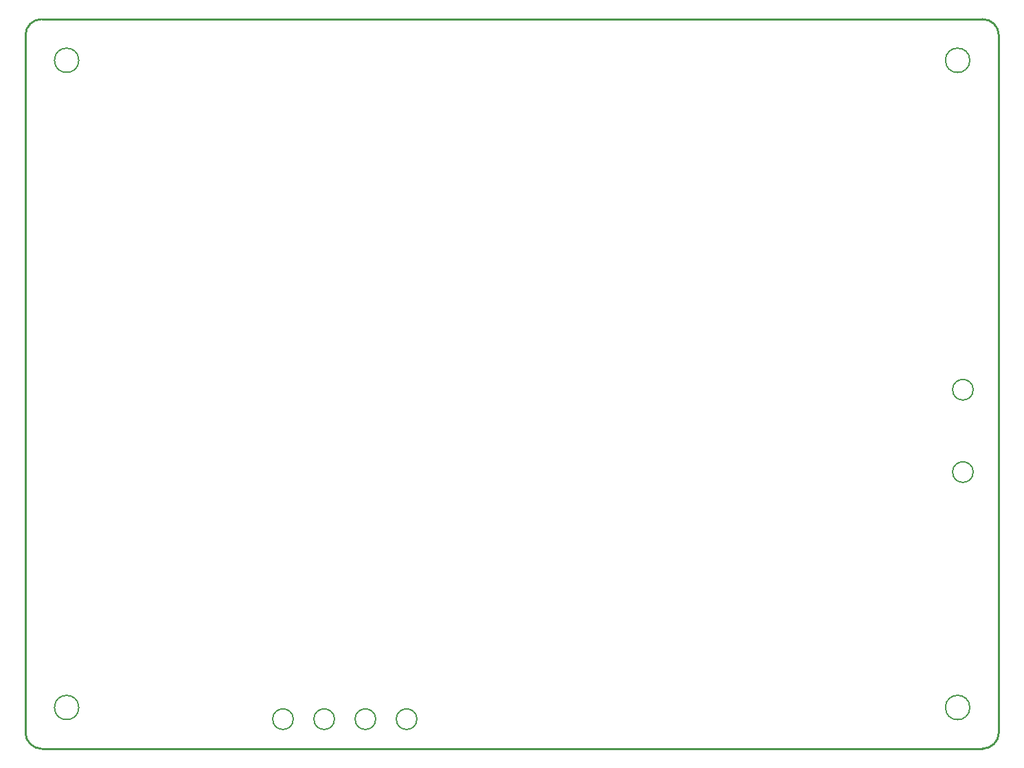
<source format=gko>
%FSLAX25Y25*%
%MOIN*%
G70*
G01*
G75*
G04 Layer_Color=16711935*
%ADD10R,0.04725X0.13779*%
%ADD11R,0.04725X0.13779*%
%ADD12R,0.06000X0.10000*%
%ADD13R,0.03500X0.03000*%
%ADD14R,0.05500X0.04000*%
%ADD15R,0.04000X0.05500*%
%ADD16R,0.06000X0.06000*%
%ADD17R,0.02756X0.05315*%
%ADD18R,0.02756X0.07087*%
G04:AMPARAMS|DCode=19|XSize=74.8mil|YSize=129.92mil|CornerRadius=0mil|HoleSize=0mil|Usage=FLASHONLY|Rotation=0.000|XOffset=0mil|YOffset=0mil|HoleType=Round|Shape=Octagon|*
%AMOCTAGOND19*
4,1,8,-0.01870,0.06496,0.01870,0.06496,0.03740,0.04626,0.03740,-0.04626,0.01870,-0.06496,-0.01870,-0.06496,-0.03740,-0.04626,-0.03740,0.04626,-0.01870,0.06496,0.0*
%
%ADD19OCTAGOND19*%

%ADD20R,0.01496X0.07874*%
%ADD21R,0.01496X0.07874*%
%ADD22O,0.06000X0.11024*%
%ADD23R,0.06000X0.11024*%
%ADD24R,0.17716X0.07874*%
%ADD25R,0.03000X0.03500*%
%ADD26R,0.10000X0.06000*%
%ADD27R,0.07500X0.10000*%
%ADD28C,0.04000*%
%ADD29C,0.01200*%
%ADD30C,0.02500*%
%ADD31C,0.02000*%
%ADD32C,0.01500*%
%ADD33C,0.05000*%
%ADD34C,0.03000*%
%ADD35C,0.08000*%
%ADD36C,0.05906*%
%ADD37R,0.05906X0.05906*%
%ADD38R,0.10236X0.10236*%
%ADD39C,0.10236*%
%ADD40R,0.05906X0.05906*%
%ADD41O,0.07874X0.15748*%
%ADD42O,0.15748X0.07874*%
%ADD43O,0.16535X0.07874*%
%ADD44C,0.06000*%
%ADD45R,0.05906X0.05906*%
%ADD46R,0.09449X0.09449*%
%ADD47C,0.09449*%
%ADD48C,0.06500*%
%ADD49C,0.02000*%
%ADD50R,0.05000X0.06000*%
%ADD51C,0.00100*%
%ADD52C,0.01000*%
%ADD53C,0.00800*%
%ADD54C,0.01600*%
%ADD55C,0.00787*%
%ADD56C,0.00600*%
%ADD57R,0.00400X0.05000*%
%ADD58R,0.05000X0.00400*%
%ADD59R,0.05525X0.14579*%
%ADD60R,0.05525X0.14579*%
%ADD61R,0.06800X0.10800*%
%ADD62R,0.04300X0.03800*%
%ADD63R,0.06300X0.04800*%
%ADD64R,0.04800X0.06300*%
%ADD65R,0.06800X0.06800*%
%ADD66R,0.03556X0.06115*%
%ADD67R,0.03556X0.07887*%
G04:AMPARAMS|DCode=68|XSize=82.8mil|YSize=137.92mil|CornerRadius=0mil|HoleSize=0mil|Usage=FLASHONLY|Rotation=0.000|XOffset=0mil|YOffset=0mil|HoleType=Round|Shape=Octagon|*
%AMOCTAGOND68*
4,1,8,-0.02070,0.06896,0.02070,0.06896,0.04140,0.04826,0.04140,-0.04826,0.02070,-0.06896,-0.02070,-0.06896,-0.04140,-0.04826,-0.04140,0.04826,-0.02070,0.06896,0.0*
%
%ADD68OCTAGOND68*%

%ADD69R,0.02296X0.08674*%
%ADD70R,0.02296X0.08674*%
%ADD71O,0.06800X0.11824*%
%ADD72R,0.06800X0.11824*%
%ADD73R,0.18517X0.08674*%
%ADD74R,0.03800X0.04300*%
%ADD75R,0.10800X0.06800*%
%ADD76R,0.08300X0.10800*%
%ADD77C,0.08800*%
%ADD78C,0.06706*%
%ADD79R,0.06706X0.06706*%
%ADD80R,0.11036X0.11036*%
%ADD81C,0.11036*%
%ADD82R,0.06706X0.06706*%
%ADD83O,0.08674X0.16548*%
%ADD84O,0.16548X0.08674*%
%ADD85O,0.17335X0.08674*%
%ADD86C,0.06800*%
%ADD87R,0.06706X0.06706*%
%ADD88R,0.10249X0.10249*%
%ADD89C,0.10249*%
%ADD90C,0.07300*%
%ADD91C,0.02800*%
%ADD92R,0.05800X0.06800*%
D52*
X0Y-346457D02*
G03*
X7874Y-354331I7874J0D01*
G01*
Y0D02*
G03*
X0Y-7874I0J-7874D01*
G01*
X472441D02*
G03*
X464567Y0I-7874J0D01*
G01*
Y-354331D02*
G03*
X472441Y-346457I-0J7874D01*
G01*
X0Y-346457D02*
Y-7874D01*
X7874Y0D02*
X464567D01*
X472441Y-346457D02*
Y-7874D01*
X7874Y-354331D02*
X464567D01*
D56*
X25905Y-20000D02*
G03*
X25905Y-20000I-5906J0D01*
G01*
Y-334331D02*
G03*
X25905Y-334331I-5906J0D01*
G01*
X458347Y-20000D02*
G03*
X458347Y-20000I-5906J0D01*
G01*
X460000Y-180000D02*
G03*
X460000Y-180000I-5000J0D01*
G01*
Y-220000D02*
G03*
X460000Y-220000I-5000J0D01*
G01*
X130000Y-340000D02*
G03*
X130000Y-340000I-5000J0D01*
G01*
X150000D02*
G03*
X150000Y-340000I-5000J0D01*
G01*
X170000D02*
G03*
X170000Y-340000I-5000J0D01*
G01*
X190000D02*
G03*
X190000Y-340000I-5000J0D01*
G01*
X458347Y-334331D02*
G03*
X458347Y-334331I-5906J0D01*
G01*
M02*

</source>
